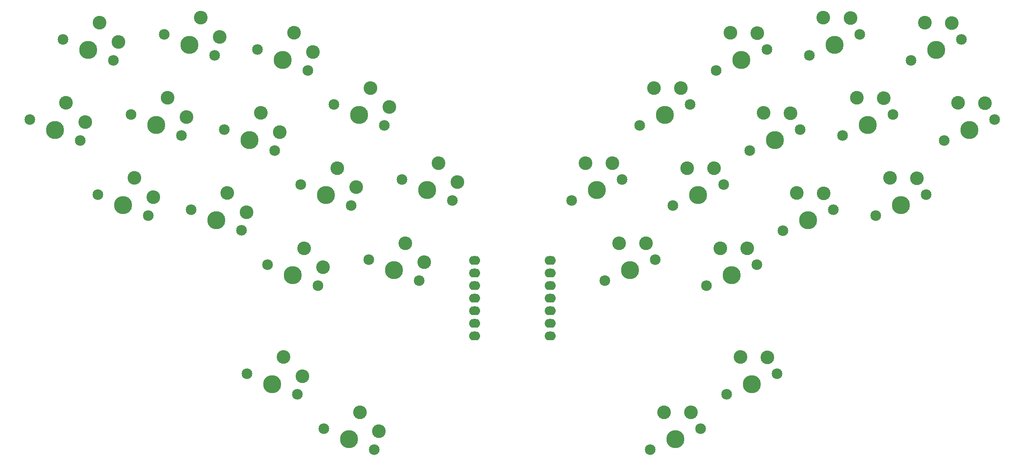
<source format=gbs>
G04 EasyPC Gerber Version 19.0.3 Build 3928 *
G04 #@! TF.Part,Single*
G04 #@! TF.FileFunction,Copper,L2,Bot *
%FSLAX35Y35*%
%MOIN*%
G04 #@! TA.AperFunction,ComponentPad*
%ADD12O,0.09000X0.07000*%
%ADD15C,0.08480*%
%ADD13C,0.10843*%
%ADD14C,0.14386*%
X0Y0D02*
D02*
D12*
X376251Y126918D03*
Y136918D03*
Y146918D03*
Y156918D03*
Y166918D03*
Y176918D03*
Y186918D03*
X436251Y126918D03*
Y136918D03*
Y146918D03*
Y156918D03*
Y166918D03*
Y176918D03*
Y186918D03*
D02*
D13*
X51911Y312196D03*
X66934Y297025D03*
X78278Y375854D03*
X93300Y360682D03*
X106020Y252500D03*
X121043Y237329D03*
X132385Y316152D03*
X147408Y300980D03*
X158753Y379806D03*
X173776Y364635D03*
X179901Y240542D03*
X194924Y225370D03*
X206267Y304190D03*
X221289Y289019D03*
X224465Y110217D03*
X232634Y367847D03*
X239487Y95045D03*
X240604Y196756D03*
X247657Y352675D03*
X255627Y181584D03*
X266968Y260408D03*
X281991Y245236D03*
X285159Y66434D03*
X293333Y324058D03*
X300182Y51262D03*
X308356Y308887D03*
X321070Y200706D03*
X336093Y185534D03*
X347441Y264361D03*
X362463Y249189D03*
X464222Y264361D03*
X485572Y264256D03*
X490589Y200709D03*
X511940Y200604D03*
X518330Y324058D03*
X526496Y66434D03*
X539680Y323953D03*
X544696Y260412D03*
X547847Y66329D03*
X566046Y260307D03*
X571058Y196756D03*
X579029Y367845D03*
X587196Y110219D03*
X592408Y196651D03*
X600379Y367740D03*
X605392Y304191D03*
X608546Y110114D03*
X626742Y304086D03*
X631761Y240538D03*
X652912Y379802D03*
X653111Y240433D03*
X674262Y379696D03*
X679279Y316148D03*
X700629Y316043D03*
X705641Y252500D03*
X726992Y252394D03*
X733381Y375849D03*
X754732Y375744D03*
X759750Y312200D03*
X781100Y312095D03*
D02*
D14*
X43022Y290736D03*
X69389Y354393D03*
X97131Y231040D03*
X123496Y294691D03*
X149864Y358346D03*
X171012Y219082D03*
X197378Y282730D03*
X215576Y88757D03*
X223745Y346387D03*
X231715Y175296D03*
X258079Y238948D03*
X276270Y44974D03*
X284444Y302598D03*
X312181Y179245D03*
X338552Y242901D03*
X473111Y242900D03*
X499478Y179248D03*
X527219Y302598D03*
X535385Y44974D03*
X553585Y238952D03*
X579947Y175296D03*
X587918Y346385D03*
X596085Y88759D03*
X614281Y282731D03*
X640650Y219078D03*
X661801Y358341D03*
X688168Y294688D03*
X714530Y231039D03*
X742270Y354389D03*
X768639Y290740D03*
D02*
D15*
X23017Y299023D03*
X49383Y362680D03*
X63028Y282450D03*
X77126Y239327D03*
X89394Y346107D03*
X103491Y302978D03*
X117137Y222754D03*
X129859Y366633D03*
X143501Y286405D03*
X151007Y227369D03*
X169869Y350059D03*
X177372Y291017D03*
X191017Y210795D03*
X195570Y97043D03*
X203740Y354673D03*
X211710Y183582D03*
X217383Y274443D03*
X235581Y80470D03*
X238074Y247234D03*
X243750Y338100D03*
X251720Y167009D03*
X256265Y53260D03*
X264439Y310885D03*
X278084Y230661D03*
X292176Y187532D03*
X296275Y36687D03*
X304449Y294311D03*
X318546Y251187D03*
X332186Y170959D03*
X358557Y234614D03*
X453106Y234614D03*
X479473Y170962D03*
X493116Y251187D03*
X507214Y294311D03*
X515380Y36687D03*
X519483Y187535D03*
X533580Y230665D03*
X547224Y310885D03*
X555391Y53261D03*
X559942Y167009D03*
X567913Y338098D03*
X573590Y247239D03*
X576080Y80472D03*
X594276Y274444D03*
X599952Y183583D03*
X607923Y354671D03*
X616090Y97046D03*
X620645Y210791D03*
X634286Y291017D03*
X641796Y350055D03*
X660655Y227364D03*
X668163Y286401D03*
X681806Y366628D03*
X694525Y222753D03*
X708173Y302974D03*
X722265Y346102D03*
X734535Y239326D03*
X748633Y282453D03*
X762276Y362675D03*
X788644Y299026D03*
X0Y0D02*
M02*

</source>
